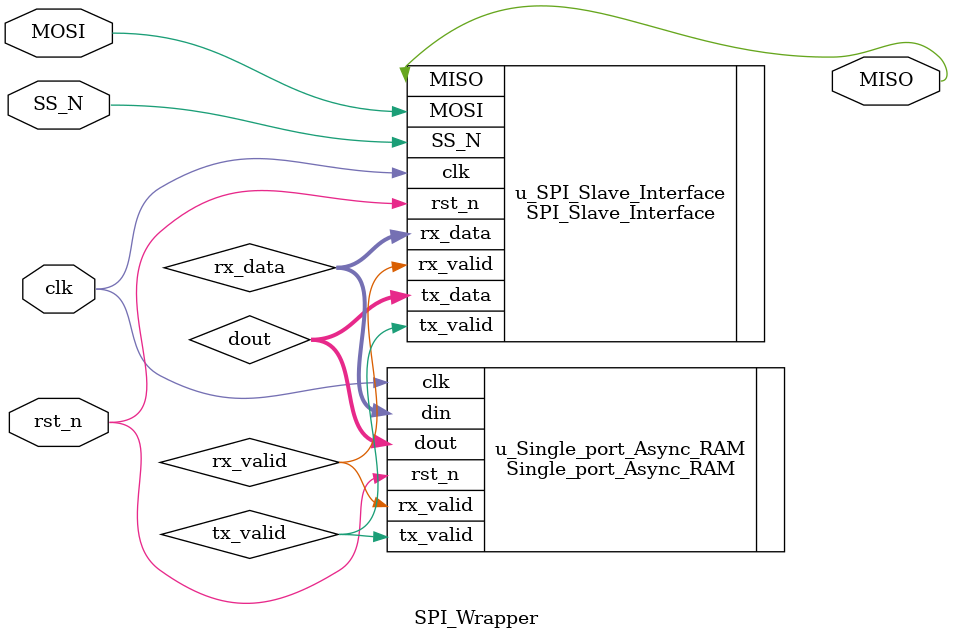
<source format=sv>
module SPI_Wrapper #(parameter MEM_DEPTH=256,parameter ADDR_SIZE=8)
(   input clk,rst_n,
    input MOSI,
    output MISO,
    input SS_N
);
    // Data signals
    logic [ADDR_SIZE-1:0] din;        // Data input to RAM
    logic [ADDR_SIZE-1:0] dout;       // Data output from RAM
    logic [ADDR_SIZE+1:0] rx_data; // Data received from SPI

    // Control signals
    logic rx_valid;    // Valid signal for received data (SPI to RAM)
    logic tx_valid;    // Valid signal for transmit data (RAM to SPI)

Single_port_Async_RAM #(
    .MEM_DEPTH (MEM_DEPTH ),
    .ADDR_SIZE (ADDR_SIZE )
)u_Single_port_Async_RAM(
    .clk      (clk      ),
    .rst_n    (rst_n    ),
    .din      (rx_data  ),
    .rx_valid (rx_valid ),
    .dout     (dout     ),
    .tx_valid (tx_valid )
);

SPI_Slave_Interface #(.ADDR_SIZE(ADDR_SIZE)
) u_SPI_Slave_Interface(
    .MOSI     (MOSI     ),
    .SS_N     (SS_N     ),
    .tx_valid (tx_valid ),
    .tx_data  (dout ),
    .clk      (clk      ),
    .rst_n    (rst_n    ),
    .MISO     (MISO     ),
    .rx_valid (rx_valid ),
    .rx_data  (rx_data  )
);

    
endmodule

</source>
